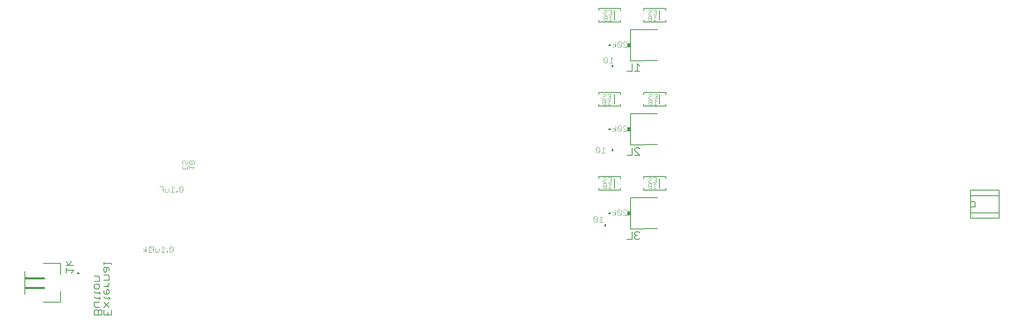
<source format=gbo>
G75*
G70*
%OFA0B0*%
%FSLAX24Y24*%
%IPPOS*%
%LPD*%
%AMOC8*
5,1,8,0,0,1.08239X$1,22.5*
%
%ADD10C,0.0060*%
%ADD11C,0.0040*%
%ADD12R,0.0157X0.0236*%
%ADD13C,0.0080*%
%ADD14R,0.0300X0.0340*%
%ADD15R,0.0236X0.0157*%
%ADD16C,0.0050*%
%ADD17C,0.0157*%
D10*
X006383Y001734D02*
X006383Y002054D01*
X006490Y002161D01*
X006597Y002161D01*
X006703Y002054D01*
X006703Y001734D01*
X006703Y002054D02*
X006810Y002161D01*
X006917Y002161D01*
X007024Y002054D01*
X007024Y001734D01*
X006383Y001734D01*
X007183Y001734D02*
X007183Y002161D01*
X007183Y002378D02*
X007610Y002805D01*
X007610Y003023D02*
X007610Y003236D01*
X007717Y003129D02*
X007290Y003129D01*
X007183Y003236D01*
X007290Y003452D02*
X007503Y003452D01*
X007610Y003559D01*
X007610Y003773D01*
X007503Y003879D01*
X007397Y003879D01*
X007397Y003452D01*
X007290Y003452D02*
X007183Y003559D01*
X007183Y003773D01*
X007183Y004097D02*
X007610Y004097D01*
X007397Y004097D02*
X007610Y004310D01*
X007610Y004417D01*
X007610Y004634D02*
X007610Y004954D01*
X007503Y005061D01*
X007183Y005061D01*
X007290Y005278D02*
X007397Y005385D01*
X007397Y005705D01*
X007503Y005705D02*
X007183Y005705D01*
X007183Y005385D01*
X007290Y005278D01*
X007610Y005385D02*
X007610Y005599D01*
X007503Y005705D01*
X007183Y005923D02*
X007183Y006136D01*
X007183Y006030D02*
X007824Y006030D01*
X007824Y005923D01*
X006810Y004847D02*
X006703Y004954D01*
X006383Y004954D01*
X006383Y004526D02*
X006810Y004526D01*
X006810Y004847D01*
X007183Y004634D02*
X007610Y004634D01*
X006810Y004202D02*
X006703Y004309D01*
X006490Y004309D01*
X006383Y004202D01*
X006383Y003989D01*
X006490Y003882D01*
X006703Y003882D01*
X006810Y003989D01*
X006810Y004202D01*
X006810Y003666D02*
X006810Y003452D01*
X006917Y003559D02*
X006490Y003559D01*
X006383Y003666D01*
X006383Y003236D02*
X006490Y003129D01*
X006917Y003129D01*
X006810Y003023D02*
X006810Y003236D01*
X006810Y002805D02*
X006383Y002805D01*
X006383Y002485D01*
X006490Y002378D01*
X006810Y002378D01*
X007183Y002805D02*
X007610Y002378D01*
X007824Y002161D02*
X007824Y001734D01*
X007183Y001734D01*
X007503Y001734D02*
X007503Y001947D01*
X004460Y005234D02*
X004674Y005447D01*
X004033Y005447D01*
X004033Y005234D02*
X004033Y005661D01*
X004033Y005878D02*
X004674Y005878D01*
X004460Y006198D02*
X004247Y005878D01*
X004033Y006198D01*
X050641Y008034D02*
X051068Y008034D01*
X051068Y008674D01*
X051285Y008567D02*
X051285Y008461D01*
X051392Y008354D01*
X051285Y008247D01*
X051285Y008140D01*
X051392Y008034D01*
X051606Y008034D01*
X051712Y008140D01*
X051499Y008354D02*
X051392Y008354D01*
X051285Y008567D02*
X051392Y008674D01*
X051606Y008674D01*
X051712Y008567D01*
X051712Y015034D02*
X051285Y015461D01*
X051285Y015567D01*
X051392Y015674D01*
X051606Y015674D01*
X051712Y015567D01*
X051712Y015034D02*
X051285Y015034D01*
X051068Y015034D02*
X050641Y015034D01*
X051068Y015034D02*
X051068Y015674D01*
X051068Y022034D02*
X050641Y022034D01*
X051068Y022034D02*
X051068Y022674D01*
X051499Y022674D02*
X051712Y022461D01*
X051499Y022674D02*
X051499Y022034D01*
X051712Y022034D02*
X051285Y022034D01*
D11*
X049483Y022724D02*
X049176Y022724D01*
X049330Y022724D02*
X049330Y023184D01*
X049483Y023030D01*
X049023Y023107D02*
X049023Y022800D01*
X048716Y023107D01*
X048716Y022800D01*
X048793Y022724D01*
X048946Y022724D01*
X049023Y022800D01*
X049023Y023107D02*
X048946Y023184D01*
X048793Y023184D01*
X048716Y023107D01*
X049482Y024024D02*
X049712Y024177D01*
X049482Y024330D01*
X049712Y024484D02*
X049712Y024024D01*
X049866Y024100D02*
X049943Y024024D01*
X050096Y024024D01*
X050173Y024100D01*
X049866Y024407D01*
X049866Y024100D01*
X050173Y024100D02*
X050173Y024407D01*
X050096Y024484D01*
X049943Y024484D01*
X049866Y024407D01*
X050326Y024407D02*
X050403Y024484D01*
X050556Y024484D01*
X050633Y024407D01*
X050326Y024407D02*
X050326Y024330D01*
X050633Y024024D01*
X050326Y024024D01*
X049383Y026224D02*
X049110Y026224D01*
X049246Y026224D02*
X049246Y026634D01*
X049383Y026497D01*
X049383Y026724D02*
X049110Y026724D01*
X048969Y026792D02*
X048900Y026724D01*
X048764Y026724D01*
X048695Y026792D01*
X048695Y026860D01*
X048764Y026929D01*
X048900Y026929D01*
X048969Y026997D01*
X048969Y027065D01*
X048900Y027134D01*
X048764Y027134D01*
X048695Y027065D01*
X049110Y027134D02*
X049383Y027134D01*
X049383Y026724D01*
X049383Y026929D02*
X049246Y026929D01*
X048969Y026634D02*
X048764Y026634D01*
X048695Y026565D01*
X048695Y026497D01*
X048764Y026429D01*
X048969Y026429D01*
X048969Y026224D02*
X048969Y026634D01*
X048764Y026429D02*
X048695Y026360D01*
X048695Y026292D01*
X048764Y026224D01*
X048969Y026224D01*
X052395Y026292D02*
X052464Y026224D01*
X052669Y026224D01*
X052669Y026634D01*
X052464Y026634D01*
X052395Y026565D01*
X052395Y026497D01*
X052464Y026429D01*
X052669Y026429D01*
X052464Y026429D02*
X052395Y026360D01*
X052395Y026292D01*
X052810Y026224D02*
X053083Y026224D01*
X052946Y026224D02*
X052946Y026634D01*
X053083Y026497D01*
X053083Y026724D02*
X052810Y026724D01*
X052669Y026792D02*
X052600Y026724D01*
X052464Y026724D01*
X052395Y026792D01*
X052395Y026860D01*
X052464Y026929D01*
X052600Y026929D01*
X052669Y026997D01*
X052669Y027065D01*
X052600Y027134D01*
X052464Y027134D01*
X052395Y027065D01*
X052810Y027134D02*
X053083Y027134D01*
X053083Y026724D01*
X053083Y026929D02*
X052946Y026929D01*
X052860Y020134D02*
X053133Y020134D01*
X053133Y019724D01*
X052860Y019724D01*
X052719Y019792D02*
X052650Y019724D01*
X052514Y019724D01*
X052445Y019792D01*
X052445Y019860D01*
X052514Y019929D01*
X052650Y019929D01*
X052719Y019997D01*
X052719Y020065D01*
X052650Y020134D01*
X052514Y020134D01*
X052445Y020065D01*
X052996Y019929D02*
X053133Y019929D01*
X052996Y019634D02*
X052996Y019224D01*
X052860Y019224D02*
X053133Y019224D01*
X053133Y019497D02*
X052996Y019634D01*
X052719Y019634D02*
X052514Y019634D01*
X052445Y019565D01*
X052445Y019497D01*
X052514Y019429D01*
X052719Y019429D01*
X052719Y019224D02*
X052719Y019634D01*
X052514Y019429D02*
X052445Y019360D01*
X052445Y019292D01*
X052514Y019224D01*
X052719Y019224D01*
X049283Y019224D02*
X049010Y019224D01*
X049146Y019224D02*
X049146Y019634D01*
X049283Y019497D01*
X049283Y019724D02*
X049010Y019724D01*
X048869Y019792D02*
X048800Y019724D01*
X048664Y019724D01*
X048595Y019792D01*
X048595Y019860D01*
X048664Y019929D01*
X048800Y019929D01*
X048869Y019997D01*
X048869Y020065D01*
X048800Y020134D01*
X048664Y020134D01*
X048595Y020065D01*
X049010Y020134D02*
X049283Y020134D01*
X049283Y019724D01*
X049283Y019929D02*
X049146Y019929D01*
X048869Y019634D02*
X048664Y019634D01*
X048595Y019565D01*
X048595Y019497D01*
X048664Y019429D01*
X048869Y019429D01*
X048869Y019224D02*
X048869Y019634D01*
X048664Y019429D02*
X048595Y019360D01*
X048595Y019292D01*
X048664Y019224D01*
X048869Y019224D01*
X049712Y017484D02*
X049712Y017024D01*
X049712Y017177D02*
X049482Y017330D01*
X049712Y017177D02*
X049482Y017024D01*
X049866Y017100D02*
X049943Y017024D01*
X050096Y017024D01*
X050173Y017100D01*
X049866Y017407D01*
X049866Y017100D01*
X050173Y017100D02*
X050173Y017407D01*
X050096Y017484D01*
X049943Y017484D01*
X049866Y017407D01*
X050326Y017407D02*
X050403Y017484D01*
X050556Y017484D01*
X050633Y017407D01*
X050326Y017407D02*
X050326Y017330D01*
X050633Y017024D01*
X050326Y017024D01*
X048833Y015530D02*
X048680Y015684D01*
X048680Y015224D01*
X048833Y015224D02*
X048526Y015224D01*
X048373Y015300D02*
X048296Y015224D01*
X048143Y015224D01*
X048066Y015300D01*
X048066Y015607D01*
X048373Y015300D01*
X048373Y015607D01*
X048296Y015684D01*
X048143Y015684D01*
X048066Y015607D01*
X048714Y013184D02*
X048850Y013184D01*
X048919Y013115D01*
X048919Y013047D01*
X048850Y012979D01*
X048714Y012979D01*
X048645Y012910D01*
X048645Y012842D01*
X048714Y012774D01*
X048850Y012774D01*
X048919Y012842D01*
X049060Y012774D02*
X049333Y012774D01*
X049333Y013184D01*
X049060Y013184D01*
X049196Y012979D02*
X049333Y012979D01*
X049196Y012684D02*
X049196Y012274D01*
X049060Y012274D02*
X049333Y012274D01*
X049333Y012547D02*
X049196Y012684D01*
X048919Y012684D02*
X048714Y012684D01*
X048645Y012615D01*
X048645Y012547D01*
X048714Y012479D01*
X048919Y012479D01*
X048919Y012274D02*
X048919Y012684D01*
X048714Y012479D02*
X048645Y012410D01*
X048645Y012342D01*
X048714Y012274D01*
X048919Y012274D01*
X048645Y013115D02*
X048714Y013184D01*
X052395Y013115D02*
X052464Y013184D01*
X052600Y013184D01*
X052669Y013115D01*
X052669Y013047D01*
X052600Y012979D01*
X052464Y012979D01*
X052395Y012910D01*
X052395Y012842D01*
X052464Y012774D01*
X052600Y012774D01*
X052669Y012842D01*
X052810Y012774D02*
X053083Y012774D01*
X053083Y013184D01*
X052810Y013184D01*
X052946Y012979D02*
X053083Y012979D01*
X052946Y012684D02*
X052946Y012274D01*
X052810Y012274D02*
X053083Y012274D01*
X053083Y012547D02*
X052946Y012684D01*
X052669Y012684D02*
X052464Y012684D01*
X052395Y012615D01*
X052395Y012547D01*
X052464Y012479D01*
X052669Y012479D01*
X052669Y012274D02*
X052669Y012684D01*
X052464Y012479D02*
X052395Y012410D01*
X052395Y012342D01*
X052464Y012274D01*
X052669Y012274D01*
X050633Y010407D02*
X050556Y010484D01*
X050403Y010484D01*
X050326Y010407D01*
X050326Y010330D01*
X050633Y010024D01*
X050326Y010024D01*
X050173Y010100D02*
X049866Y010407D01*
X049866Y010100D01*
X049943Y010024D01*
X050096Y010024D01*
X050173Y010100D01*
X050173Y010407D01*
X050096Y010484D01*
X049943Y010484D01*
X049866Y010407D01*
X049712Y010484D02*
X049712Y010024D01*
X049712Y010177D02*
X049482Y010330D01*
X049712Y010177D02*
X049482Y010024D01*
X048633Y009780D02*
X048480Y009934D01*
X048480Y009474D01*
X048633Y009474D02*
X048326Y009474D01*
X048173Y009550D02*
X047866Y009857D01*
X047866Y009550D01*
X047943Y009474D01*
X048096Y009474D01*
X048173Y009550D01*
X048173Y009857D01*
X048096Y009934D01*
X047943Y009934D01*
X047866Y009857D01*
X014683Y014032D02*
X014547Y013895D01*
X014683Y014032D02*
X014273Y014032D01*
X014273Y014168D02*
X014273Y013895D01*
X014133Y013895D02*
X013723Y013895D01*
X013723Y014168D01*
X013792Y014309D02*
X013723Y014378D01*
X013723Y014514D01*
X013792Y014583D01*
X013860Y014583D01*
X013928Y014514D01*
X013928Y014378D01*
X013997Y014309D01*
X014065Y014309D01*
X014133Y014378D01*
X014133Y014514D01*
X014065Y014583D01*
X014273Y014514D02*
X014273Y014309D01*
X014683Y014309D01*
X014683Y014514D01*
X014615Y014583D01*
X014547Y014583D01*
X014478Y014514D01*
X014478Y014309D01*
X014478Y014514D02*
X014410Y014583D01*
X014342Y014583D01*
X014273Y014514D01*
X014133Y014168D02*
X014133Y013895D01*
X013928Y013895D02*
X013928Y014032D01*
X013656Y012434D02*
X013503Y012434D01*
X013426Y012357D01*
X013733Y012050D01*
X013656Y011974D01*
X013503Y011974D01*
X013426Y012050D01*
X013426Y012357D01*
X013656Y012434D02*
X013733Y012357D01*
X013733Y012050D01*
X013273Y012050D02*
X013196Y012050D01*
X013196Y011974D01*
X013273Y011974D01*
X013273Y012050D01*
X013043Y011974D02*
X012736Y011974D01*
X012889Y011974D02*
X012889Y012434D01*
X013043Y012280D01*
X012582Y012280D02*
X012582Y012050D01*
X012506Y011974D01*
X012275Y011974D01*
X012275Y012280D01*
X012122Y012204D02*
X011969Y012204D01*
X012122Y011974D02*
X012122Y012434D01*
X011815Y012434D01*
X012089Y007434D02*
X012089Y006974D01*
X011936Y006974D02*
X012243Y006974D01*
X012396Y006974D02*
X012473Y006974D01*
X012473Y007050D01*
X012396Y007050D01*
X012396Y006974D01*
X012626Y007050D02*
X012703Y006974D01*
X012856Y006974D01*
X012933Y007050D01*
X012626Y007357D01*
X012626Y007050D01*
X012933Y007050D02*
X012933Y007357D01*
X012856Y007434D01*
X012703Y007434D01*
X012626Y007357D01*
X012243Y007280D02*
X012089Y007434D01*
X011782Y007280D02*
X011782Y007050D01*
X011706Y006974D01*
X011475Y006974D01*
X011475Y007280D01*
X011322Y007204D02*
X011169Y007204D01*
X011133Y007280D02*
X010980Y007434D01*
X010980Y006974D01*
X010980Y007434D01*
X011133Y007280D01*
X011015Y007434D02*
X011322Y007434D01*
X011322Y006974D01*
X011133Y006974D02*
X010826Y006974D01*
X011133Y006974D01*
X010673Y006974D02*
X010673Y007434D01*
X010673Y006974D01*
X010673Y007127D02*
X010443Y007280D01*
X010673Y007127D01*
X010443Y006974D01*
X010673Y007127D01*
D12*
X048853Y009204D03*
X049453Y015454D03*
X049453Y022454D03*
D13*
X050953Y022913D02*
X053174Y022914D01*
X050953Y022913D02*
X050953Y025494D01*
X053174Y025494D01*
X053347Y026310D02*
X053347Y027097D01*
X053859Y027097D02*
X053859Y027278D01*
X052048Y027278D01*
X052048Y027097D01*
X050109Y027097D02*
X050109Y027278D01*
X048298Y027278D01*
X048298Y027097D01*
X049597Y027097D02*
X049597Y026310D01*
X050109Y026310D02*
X050109Y026129D01*
X048298Y026129D01*
X048298Y026310D01*
X052048Y026310D02*
X052048Y026129D01*
X053859Y026129D01*
X053859Y026310D01*
X053859Y020278D02*
X052048Y020278D01*
X052048Y020097D01*
X053347Y020097D02*
X053347Y019310D01*
X053859Y019310D02*
X053859Y019129D01*
X052048Y019129D01*
X052048Y019310D01*
X050953Y018494D02*
X050953Y015913D01*
X053174Y015914D01*
X053174Y018494D02*
X050953Y018494D01*
X050109Y019129D02*
X048298Y019129D01*
X048298Y019310D01*
X049597Y019310D02*
X049597Y020097D01*
X050109Y020097D02*
X050109Y020278D01*
X048298Y020278D01*
X048298Y020097D01*
X050109Y019310D02*
X050109Y019129D01*
X053859Y020097D02*
X053859Y020278D01*
X053859Y013278D02*
X052048Y013278D01*
X052048Y013097D01*
X053347Y013097D02*
X053347Y012310D01*
X053859Y012310D02*
X053859Y012129D01*
X052048Y012129D01*
X052048Y012310D01*
X050953Y011494D02*
X050953Y008913D01*
X053174Y008914D01*
X053174Y011494D02*
X050953Y011494D01*
X050109Y012129D02*
X048298Y012129D01*
X048298Y012310D01*
X049597Y012310D02*
X049597Y013097D01*
X050109Y013097D02*
X050109Y013278D01*
X048298Y013278D01*
X048298Y013097D01*
X050109Y012310D02*
X050109Y012129D01*
X053859Y013097D02*
X053859Y013278D01*
D14*
X050803Y010204D03*
X050803Y017204D03*
X050803Y024204D03*
D15*
X049203Y024204D03*
X049203Y017204D03*
X049203Y010204D03*
X005053Y005204D03*
D16*
X003585Y005112D02*
X003585Y006018D01*
X002128Y006018D01*
X000593Y005348D02*
X000593Y003459D01*
X000593Y003636D02*
X000593Y005171D01*
X003585Y003695D02*
X003585Y002789D01*
X002128Y002789D01*
X079222Y009792D02*
X081584Y009792D01*
X081584Y010241D01*
X079222Y010241D01*
X079222Y009792D01*
X079222Y010241D02*
X079222Y010741D01*
X079584Y010741D01*
X079584Y011166D01*
X079222Y011166D01*
X079222Y010741D01*
X079222Y011166D02*
X079222Y011666D01*
X081584Y011666D01*
X081584Y010241D01*
X081584Y011666D02*
X081584Y012115D01*
X079222Y012115D01*
X079222Y011666D01*
D17*
X002167Y004797D02*
X000646Y004797D01*
X000646Y004010D02*
X002167Y004010D01*
M02*

</source>
